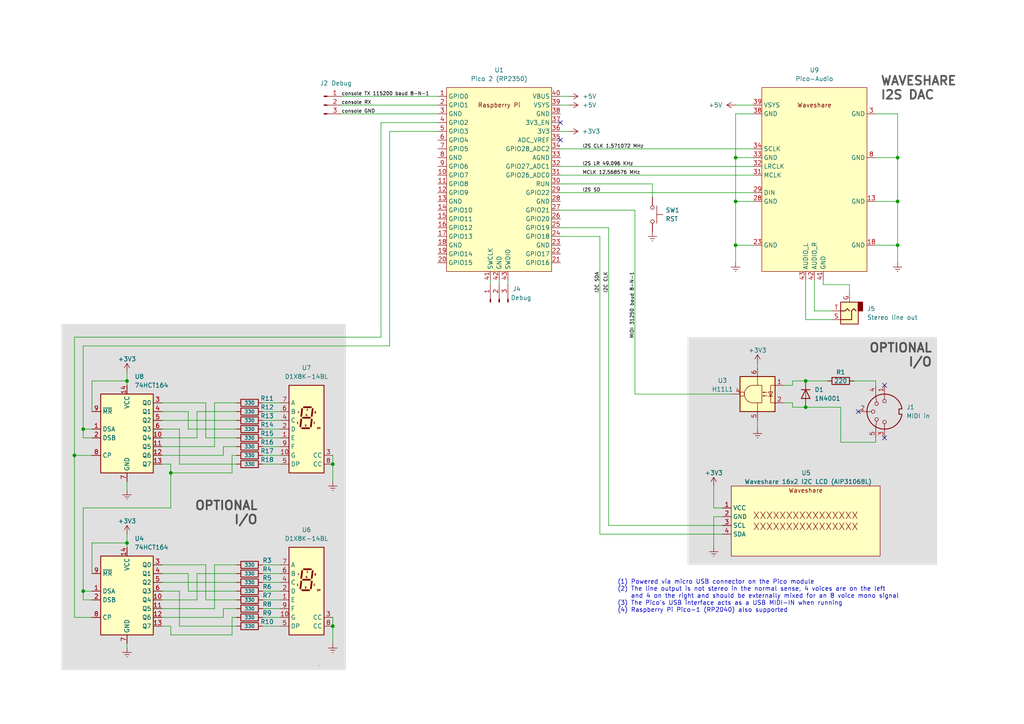
<source format=kicad_sch>
(kicad_sch (version 20230121) (generator eeschema)
  (paper "A4")
  (title_block (title "picoX7") (date "2024-10-01") (rev "0.06") (company "https://github.com/AnotherJohnH/picoX7"))
  (lib_symbols
    (symbol "+5V_1" (power) (pin_names (offset 0))
      (property "Value" "+5V_1" (at 0 3.81 90))
      (symbol "+5V_1_0_1"
        (polyline (pts (xy -0.762 1.27) (xy 0 2.54)))
        (polyline (pts (xy 0 0) (xy 0 2.54)))
        (polyline (pts (xy 0 2.54) (xy 0.762 1.27)))
      )
      (symbol "+5V_1_1_1"
        (pin power_in line (at 0 0 90) (length 0) hide (name "+5V") (number "1"))
      )
    )
    (symbol "74xx:74HCT164"
      (property "Reference" "U" (at 1.905 -13.97 0))
      (property "Value" "74HCT164" (at 1.905 -16.51 0))
      (symbol "74HCT164_0_1"
        (rectangle (start 7.62 10.16) (end -7.62 -12.7) (stroke (width 0.254)) (fill (type background)))
      )
      (symbol "74HCT164_1_1"
        (pin input line (at -10.16 0 0) (length 2.54) (name "DSA") (number "1"))
        (pin output line (at 10.16 -2.54 180) (length 2.54) (name "Q4") (number "10"))
        (pin output line (at 10.16 -5.08 180) (length 2.54) (name "Q5") (number "11"))
        (pin output line (at 10.16 -7.62 180) (length 2.54) (name "Q6") (number "12"))
        (pin output line (at 10.16 -10.16 180) (length 2.54) (name "Q7") (number "13"))
        (pin power_in line (at 0 12.7 270) (length 2.54) (name "VCC") (number "14"))
        (pin input line (at -10.16 -2.54 0) (length 2.54) (name "DSB") (number "2"))
        (pin output line (at 10.16 7.62 180) (length 2.54) (name "Q0") (number "3"))
        (pin output line (at 10.16 5.08 180) (length 2.54) (name "Q1") (number "4"))
        (pin output line (at 10.16 2.54 180) (length 2.54) (name "Q2") (number "5"))
        (pin output line (at 10.16 0 180) (length 2.54) (name "Q3") (number "6"))
        (pin power_in line (at 0 -15.24 90) (length 2.54) (name "GND") (number "7"))
        (pin input line (at -10.16 -7.62 0) (length 2.54) (name "CP") (number "8"))
        (pin input line (at -10.16 5.08 0) (length 2.54) (name "~{MR}") (number "9"))
      )
    )
    (symbol "Connector:Conn_01x03_Pin" (pin_names (offset 1.016) hide)
      (property "Reference" "J" (at 0 5.08 0))
      (property "Value" "Conn_01x03_Pin" (at 0 -5.08 0))
      (symbol "Conn_01x03_Pin_1_1"
        (polyline (pts (xy 1.27 -2.54) (xy 0.8636 -2.54)) (stroke (width 0.1524)))
        (polyline (pts (xy 1.27 0) (xy 0.8636 0)) (stroke (width 0.1524)))
        (polyline (pts (xy 1.27 2.54) (xy 0.8636 2.54)) (stroke (width 0.1524)))
        (rectangle (start 0.8636 -2.413) (end 0 -2.667) (stroke (width 0.1524)) (fill (type outline)))
        (rectangle (start 0.8636 0.127) (end 0 -0.127) (stroke (width 0.1524)) (fill (type outline)))
        (rectangle (start 0.8636 2.667) (end 0 2.413) (stroke (width 0.1524)) (fill (type outline)))
        (pin passive line (at 5.08 2.54 180) (length 3.81) (name "Pin_1") (number "1"))
        (pin passive line (at 5.08 0 180) (length 3.81) (name "Pin_2") (number "2"))
        (pin passive line (at 5.08 -2.54 180) (length 3.81) (name "Pin_3") (number "3"))
      )
    )
    (symbol "Connector:DIN-5_180degree" (pin_names (offset 1.016))
      (property "Reference" "J" (at 3.175 5.715 0))
      (property "Value" "DIN-5_180degree" (at 0 -6.35 0))
      (symbol "DIN-5_180degree_0_1"
        (arc (start -5.08 0) (mid -3.8609 -3.3364) (end -0.762 -5.08) (stroke (width 0.254)))
        (circle (center -3.048 0) (radius 0.508))
        (circle (center -2.286 2.286) (radius 0.508))
        (polyline (pts (xy -5.08 0) (xy -3.556 0)))
        (polyline (pts (xy 0 5.08) (xy 0 3.81)))
        (polyline (pts (xy 5.08 0) (xy 3.556 0)))
        (polyline (pts (xy -5.08 2.54) (xy -4.318 2.54) (xy -2.794 2.286)))
        (polyline (pts (xy 5.08 2.54) (xy 4.318 2.54) (xy 2.794 2.286)))
        (polyline (pts (xy -0.762 -4.953) (xy -0.762 -4.191) (xy 0.762 -4.191) (xy 0.762 -4.953)) (stroke (width 0.254)))
        (circle (center 0 3.302) (radius 0.508))
        (arc (start 0.762 -5.08) (mid 3.8685 -3.343) (end 5.08 0) (stroke (width 0.254)))
        (circle (center 2.286 2.286) (radius 0.508))
        (circle (center 3.048 0) (radius 0.508))
        (arc (start 5.08 0) (mid 0 5.0579) (end -5.08 0) (stroke (width 0.254)))
      )
      (symbol "DIN-5_180degree_1_1"
        (pin passive line (at -7.62 0 0) (length 2.54) (name "~") (number "1"))
        (pin passive line (at 0 7.62 270) (length 2.54) (name "~") (number "2"))
        (pin passive line (at 7.62 0 180) (length 2.54) (name "~") (number "3"))
        (pin passive line (at -7.62 2.54 0) (length 2.54) (name "~") (number "4"))
        (pin passive line (at 7.62 2.54 180) (length 2.54) (name "~") (number "5"))
      )
    )
    (symbol "Connector_Audio:AudioJack2_Ground"
      (property "Reference" "J" (at 0 8.89 0))
      (property "Value" "AudioJack2_Ground" (at 0 6.35 0))
      (symbol "AudioJack2_Ground_0_1"
        (rectangle (start -2.54 -2.54) (end -3.81 0) (stroke (width 0.254)) (fill (type outline)))
        (polyline (pts (xy 0 0) (xy 0.635 -0.635) (xy 1.27 0) (xy 2.54 0)) (stroke (width 0.254)))
        (polyline (pts (xy 2.54 2.54) (xy -0.635 2.54) (xy -0.635 0) (xy -1.27 -0.635) (xy -1.905 0)) (stroke (width 0.254)))
        (rectangle (start 2.54 3.81) (end -2.54 -2.54) (stroke (width 0.254)) (fill (type background)))
      )
      (symbol "AudioJack2_Ground_1_1"
        (pin passive line (at 0 -5.08 90) (length 2.54) (name "~") (number "G"))
        (pin passive line (at 5.08 2.54 180) (length 2.54) (name "~") (number "S"))
        (pin passive line (at 5.08 0 180) (length 2.54) (name "~") (number "T"))
      )
    )
    (symbol "Device:R" (pin_numbers hide) (pin_names (offset 0))
      (property "Reference" "R" (at 2.032 0 90))
      (property "Value" "R" (at 0 0 90))
      (symbol "R_0_1"
        (rectangle (start -1.016 -2.54) (end 1.016 2.54) (stroke (width 0.254)))
      )
      (symbol "R_1_1"
        (pin passive line (at 0 3.81 270) (length 1.27) (name "~") (number "1"))
        (pin passive line (at 0 -3.81 90) (length 1.27) (name "~") (number "2"))
      )
    )
    (symbol "Diode:1N4001" (pin_numbers hide) (pin_names hide)
      (property "Reference" "D" (at 0 2.54 0))
      (property "Value" "1N4001" (at 0 -2.54 0))
      (symbol "1N4001_0_1"
        (polyline (pts (xy -1.27 1.27) (xy -1.27 -1.27)) (stroke (width 0.254)))
        (polyline (pts (xy 1.27 0) (xy -1.27 0)))
        (polyline (pts (xy 1.27 1.27) (xy 1.27 -1.27) (xy -1.27 0) (xy 1.27 1.27)) (stroke (width 0.254)))
      )
      (symbol "1N4001_1_1"
        (pin passive line (at -3.81 0 0) (length 2.54) (name "K") (number "1"))
        (pin passive line (at 3.81 0 180) (length 2.54) (name "A") (number "2"))
      )
    )
    (symbol "Display_Character:D1X8K-14BL"
      (property "Reference" "U" (at -2.54 13.97 0))
      (property "Value" "D1X8K-14BL" (at 1.27 13.97 0))
      (symbol "D1X8K-14BL_0_0"
        (text "A" (at 0.254 5.588 0) (effects (font (size 0.508 0.508))))
        (text "B" (at 2.54 4.826 0) (effects (font (size 0.508 0.508))))
        (text "C" (at 2.286 1.778 0) (effects (font (size 0.508 0.508))))
        (text "D" (at -0.254 1.016 0) (effects (font (size 0.508 0.508))))
        (text "DP" (at 3.556 0.254 0) (effects (font (size 0.508 0.508))))
        (text "E" (at -2.54 1.778 0) (effects (font (size 0.508 0.508))))
        (text "F" (at -2.286 4.826 0) (effects (font (size 0.508 0.508))))
        (text "G" (at 0 4.064 0) (effects (font (size 0.508 0.508))))
      )
      (symbol "D1X8K-14BL_0_1"
        (rectangle (start -5.08 12.7) (end 5.08 -12.7) (stroke (width 0.254)) (fill (type background)))
        (polyline (pts (xy -1.524 2.794) (xy -1.778 0.762)) (stroke (width 0.508)))
        (polyline (pts (xy -1.27 0.254) (xy 0.762 0.254)) (stroke (width 0.508)))
        (polyline (pts (xy -1.27 5.842) (xy -1.524 3.81)) (stroke (width 0.508)))
        (polyline (pts (xy -1.016 3.302) (xy 1.016 3.302)) (stroke (width 0.508)))
        (polyline (pts (xy -0.762 6.35) (xy 1.27 6.35)) (stroke (width 0.508)))
        (polyline (pts (xy 1.524 2.794) (xy 1.27 0.762)) (stroke (width 0.508)))
        (polyline (pts (xy 1.778 5.842) (xy 1.524 3.81)) (stroke (width 0.508)))
        (polyline (pts (xy 2.54 0.254) (xy 2.54 0.254)) (stroke (width 0.508)))
      )
      (symbol "D1X8K-14BL_1_1"
        (pin input line (at -7.62 -2.54 0) (length 2.54) (name "E") (number "1"))
        (pin input line (at -7.62 -7.62 0) (length 2.54) (name "G") (number "10"))
        (pin input line (at -7.62 0 0) (length 2.54) (name "D") (number "2"))
        (pin input line (at 7.62 -7.62 180) (length 2.54) (name "CC") (number "3"))
        (pin input line (at -7.62 2.54 0) (length 2.54) (name "C") (number "4"))
        (pin input line (at -7.62 -10.16 0) (length 2.54) (name "DP") (number "5"))
        (pin input line (at -7.62 5.08 0) (length 2.54) (name "B") (number "6"))
        (pin input line (at -7.62 7.62 0) (length 2.54) (name "A") (number "7"))
        (pin input line (at 7.62 -10.16 180) (length 2.54) (name "CC") (number "8"))
        (pin input line (at -7.62 -5.08 0) (length 2.54) (name "F") (number "9"))
      )
    )
    (symbol "Isolator:H11L1" (pin_names (offset 1.016))
      (property "Reference" "U" (at 1.27 8.89 0))
      (property "Value" "H11L1" (at 1.27 6.35 0))
      (symbol "H11L1_0_1"
        (rectangle (start -5.08 5.08) (end 5.08 -5.08) (stroke (width 0.254)) (fill (type background)))
        (polyline (pts (xy -4.445 -0.635) (xy -3.175 -0.635)))
        (polyline (pts (xy 0 2.54) (xy 0 5.08)))
        (polyline (pts (xy 0 -2.54) (xy 0 -5.08) (xy 0 -3.81)))
        (polyline (pts (xy -5.08 -2.54) (xy -3.81 -2.54) (xy -3.81 2.54) (xy -5.08 2.54)))
        (polyline (pts (xy -3.81 -0.635) (xy -4.445 0.635) (xy -3.175 0.635) (xy -3.81 -0.635)))
        (polyline (pts (xy 1.27 -2.54) (xy -1.27 -2.54) (xy -1.27 2.54) (xy 1.27 2.54)))
        (polyline (pts (xy -2.794 -0.508) (xy -1.524 -0.508) (xy -1.905 -0.635) (xy -1.905 -0.381) (xy -1.524 -0.508)))
        (polyline (pts (xy -2.794 0.508) (xy -1.524 0.508) (xy -1.905 0.381) (xy -1.905 0.635) (xy -1.524 0.508)))
        (arc (start 1.27 -2.54) (mid 3.799 0) (end 1.27 2.54))
      )
      (symbol "H11L1_1_1"
        (pin passive line (at -7.62 2.54 0) (length 2.54) (name "~") (number "1"))
        (pin passive line (at -7.62 -2.54 0) (length 2.54) (name "~") (number "2"))
        (pin no_connect line (at -5.08 0 0) (length 2.54) hide (name "~") (number "3"))
        (pin output inverted (at 7.62 0 180) (length 3.81) (name "~") (number "4"))
        (pin power_in line (at 0 -7.62 90) (length 2.54) (name "~") (number "5"))
        (pin power_in line (at 0 7.62 270) (length 2.54) (name "~") (number "6"))
      )
    )
    (symbol "MCU_RaspberryPi_and_Boards:Pico 2"
      (property "Reference" "U" (at -13.97 27.94 0))
      (property "Value" "Pico 2 (RP2350)" (at 0 19.05 0))
      (symbol "Pico 2_0_1"
        (rectangle (start -15.24 26.67) (end 15.24 -26.67) (fill (type background)))
      )
      (symbol "Pico 2_1_0"
        (text "Raspberry Pi" (at 0 21.59 0) (effects (font (size 1.27 1.27))))
      )
      (symbol "Pico 2_1_1"
        (pin bidirectional line (at -17.78 24.13 0) (length 2.54) (name "GPIO0") (number "1"))
        (pin bidirectional line (at -17.78 1.27 0) (length 2.54) (name "GPIO7") (number "10"))
        (pin bidirectional line (at -17.78 -1.27 0) (length 2.54) (name "GPIO8") (number "11"))
        (pin bidirectional line (at -17.78 -3.81 0) (length 2.54) (name "GPIO9") (number "12"))
        (pin power_in line (at -17.78 -6.35 0) (length 2.54) (name "GND") (number "13"))
        (pin bidirectional line (at -17.78 -8.89 0) (length 2.54) (name "GPIO10") (number "14"))
        (pin bidirectional line (at -17.78 -11.43 0) (length 2.54) (name "GPIO11") (number "15"))
        (pin bidirectional line (at -17.78 -13.97 0) (length 2.54) (name "GPIO12") (number "16"))
        (pin bidirectional line (at -17.78 -16.51 0) (length 2.54) (name "GPIO13") (number "17"))
        (pin power_in line (at -17.78 -19.05 0) (length 2.54) (name "GND") (number "18"))
        (pin bidirectional line (at -17.78 -21.59 0) (length 2.54) (name "GPIO14") (number "19"))
        (pin bidirectional line (at -17.78 21.59 0) (length 2.54) (name "GPIO1") (number "2"))
        (pin bidirectional line (at -17.78 -24.13 0) (length 2.54) (name "GPIO15") (number "20"))
        (pin bidirectional line (at 17.78 -24.13 180) (length 2.54) (name "GPIO16") (number "21"))
        (pin bidirectional line (at 17.78 -21.59 180) (length 2.54) (name "GPIO17") (number "22"))
        (pin power_in line (at 17.78 -19.05 180) (length 2.54) (name "GND") (number "23"))
        (pin bidirectional line (at 17.78 -16.51 180) (length 2.54) (name "GPIO18") (number "24"))
        (pin bidirectional line (at 17.78 -13.97 180) (length 2.54) (name "GPIO19") (number "25"))
        (pin bidirectional line (at 17.78 -11.43 180) (length 2.54) (name "GPIO20") (number "26"))
        (pin bidirectional line (at 17.78 -8.89 180) (length 2.54) (name "GPIO21") (number "27"))
        (pin power_in line (at 17.78 -6.35 180) (length 2.54) (name "GND") (number "28"))
        (pin bidirectional line (at 17.78 -3.81 180) (length 2.54) (name "GPIO22") (number "29"))
        (pin power_in line (at -17.78 19.05 0) (length 2.54) (name "GND") (number "3"))
        (pin input line (at 17.78 -1.27 180) (length 2.54) (name "RUN") (number "30"))
        (pin bidirectional line (at 17.78 1.27 180) (length 2.54) (name "GPIO26_ADC0") (number "31"))
        (pin bidirectional line (at 17.78 3.81 180) (length 2.54) (name "GPIO27_ADC1") (number "32"))
        (pin power_in line (at 17.78 6.35 180) (length 2.54) (name "AGND") (number "33"))
        (pin bidirectional line (at 17.78 8.89 180) (length 2.54) (name "GPIO28_ADC2") (number "34"))
        (pin power_in line (at 17.78 11.43 180) (length 2.54) (name "ADC_VREF") (number "35"))
        (pin power_in line (at 17.78 13.97 180) (length 2.54) (name "3V3") (number "36"))
        (pin input line (at 17.78 16.51 180) (length 2.54) (name "3V3_EN") (number "37"))
        (pin bidirectional line (at 17.78 19.05 180) (length 2.54) (name "GND") (number "38"))
        (pin power_in line (at 17.78 21.59 180) (length 2.54) (name "VSYS") (number "39"))
        (pin bidirectional line (at -17.78 16.51 0) (length 2.54) (name "GPIO2") (number "4"))
        (pin power_in line (at 17.78 24.13 180) (length 2.54) (name "VBUS") (number "40"))
        (pin input line (at -2.54 -29.21 90) (length 2.54) (name "SWCLK") (number "41"))
        (pin power_in line (at 0 -29.21 90) (length 2.54) (name "GND") (number "42"))
        (pin bidirectional line (at 2.54 -29.21 90) (length 2.54) (name "SWDIO") (number "43"))
        (pin bidirectional line (at -17.78 13.97 0) (length 2.54) (name "GPIO3") (number "5"))
        (pin bidirectional line (at -17.78 11.43 0) (length 2.54) (name "GPIO4") (number "6"))
        (pin bidirectional line (at -17.78 8.89 0) (length 2.54) (name "GPIO5") (number "7"))
        (pin power_in line (at -17.78 6.35 0) (length 2.54) (name "GND") (number "8"))
        (pin bidirectional line (at -17.78 3.81 0) (length 2.54) (name "GPIO6") (number "9"))
      )
    )
    (symbol "MCU_RaspberryPi_and_Boards:Waveshare 16x2 I2C LCD"
      (property "Reference" "U" (at -1.27 12.7 0))
      (property "Value" "Waveshare 16x2 I2C LCD" (at 0 6.35 0))
      (symbol "Waveshare 16x2 I2C LCD_0_1"
        (rectangle (start -21.59 10.16) (end 21.59 -10.16) (fill (type background)))
      )
      (symbol "Waveshare 16x2 I2C LCD_1_0"
        (text "Waveshare" (at 0 8.89 0) (effects (font (size 1.27 1.27))))
        (text "XXXXXXXXXXXXXXXX\nXXXXXXXXXXXXXXXX" (at 0 0 0) (effects (font (size 2 2))))
      )
      (symbol "Waveshare 16x2 I2C LCD_1_1"
        (pin power_in line (at -24.13 3.81 0) (length 2.54) (name "VCC") (number "1"))
        (pin power_in line (at -24.13 1.27 0) (length 2.54) (name "GND") (number "2"))
        (pin input line (at -24.13 -1.27 0) (length 2.54) (name "SCL") (number "3"))
        (pin input line (at -24.13 -3.81 0) (length 2.54) (name "SDA") (number "4"))
      )
    )
    (symbol "MCU_RaspberryPi_and_Boards:Waveshare Pico-Audio"
      (property "Reference" "U" (at -13.97 27.94 0))
      (property "Value" "Pico-Audio" (at 0 19.05 0))
      (symbol "Waveshare Pico-Audio_0_1"
        (rectangle (start -15.24 26.67) (end 15.24 -26.67) (fill (type background)))
      )
      (symbol "Waveshare Pico-Audio_1_0"
        (text "Waveshare" (at 0 21.59 0) (effects (font (size 1.27 1.27))))
      )
      (symbol "Waveshare Pico-Audio_1_1"
        (pin power_in line (at -17.78 -6.35 0) (length 2.54) (name "GND") (number "13"))
        (pin power_in line (at -17.78 -19.05 0) (length 2.54) (name "GND") (number "18"))
        (pin power_in line (at 17.78 -19.05 180) (length 2.54) (name "GND") (number "23"))
        (pin power_in line (at 17.78 -6.35 180) (length 2.54) (name "GND") (number "28"))
        (pin input line (at 17.78 -3.81 180) (length 2.54) (name "DIN") (number "29"))
        (pin power_in line (at -17.78 19.05 0) (length 2.54) (name "GND") (number "3"))
        (pin input line (at 17.78 1.27 180) (length 2.54) (name "MCLK") (number "31"))
        (pin input line (at 17.78 3.81 180) (length 2.54) (name "LRCLK") (number "32"))
        (pin power_in line (at 17.78 6.35 180) (length 2.54) (name "GND") (number "33"))
        (pin input line (at 17.78 8.89 180) (length 2.54) (name "SCLK") (number "34"))
        (pin bidirectional line (at 17.78 19.05 180) (length 2.54) (name "GND") (number "38"))
        (pin power_in line (at 17.78 21.59 180) (length 2.54) (name "VSYS") (number "39"))
        (pin power_out line (at -2.54 -29.21 90) (length 2.54) (name "GND") (number "41"))
        (pin output line (at 0 -29.21 90) (length 2.54) (name "AUDIO_R") (number "42"))
        (pin output line (at 2.54 -29.21 90) (length 2.54) (name "AUDIO_L") (number "43"))
        (pin power_in line (at -17.78 6.35 0) (length 2.54) (name "GND") (number "8"))
      )
    )
    (symbol "Switch:SW_Push" (pin_numbers hide) (pin_names (offset 1.016) hide)
      (property "Reference" "SW" (at 1.27 2.54 0))
      (property "Value" "SW_Push" (at 0 -1.524 0))
      (symbol "SW_Push_0_1"
        (circle (center -2.032 0) (radius 0.508))
        (polyline (pts (xy 0 1.27) (xy 0 3.048)))
        (polyline (pts (xy 2.54 1.27) (xy -2.54 1.27)))
        (circle (center 2.032 0) (radius 0.508))
        (pin passive line (at -5.08 0 0) (length 2.54) (name "1") (number "1"))
        (pin passive line (at 5.08 0 180) (length 2.54) (name "2") (number "2"))
      )
    )
    (symbol "power:+3V3" (power) (pin_names (offset 0))
      (property "Value" "+3V3" (at 0 3.556 0))
      (symbol "+3V3_0_1"
        (polyline (pts (xy -0.762 1.27) (xy 0 2.54)))
        (polyline (pts (xy 0 0) (xy 0 2.54)))
        (polyline (pts (xy 0 2.54) (xy 0.762 1.27)))
      )
      (symbol "+3V3_1_1"
        (pin power_in line (at 0 0 90) (length 0) hide (name "+3V3") (number "1"))
      )
    )
    (symbol "power:+5V" (power) (pin_names (offset 0))
      (property "Value" "+5V" (at 0 3.556 0))
      (symbol "+5V_0_1"
        (polyline (pts (xy -0.762 1.27) (xy 0 2.54)))
        (polyline (pts (xy 0 0) (xy 0 2.54)))
        (polyline (pts (xy 0 2.54) (xy 0.762 1.27)))
      )
      (symbol "+5V_1_1"
        (pin power_in line (at 0 0 90) (length 0) hide (name "+5V") (number "1"))
      )
    )
    (symbol "power:Earth" (power) (pin_names (offset 0))
      (symbol "Earth_0_1"
        (polyline (pts (xy -0.635 -1.905) (xy 0.635 -1.905)))
        (polyline (pts (xy -0.127 -2.54) (xy 0.127 -2.54)))
        (polyline (pts (xy 0 -1.27) (xy 0 0)))
        (polyline (pts (xy 1.27 -1.27) (xy -1.27 -1.27)))
      )
      (symbol "Earth_1_1"
        (pin power_in line (at 0 0 270) (length 0) hide (name "Earth") (number "1"))
      )
    )
  )
  (junction (at 24.13 171.45))
  (junction (at 36.83 157.48))
  (junction (at 96.52 134.62))
  (junction (at 49.53 137.16))
  (junction (at 24.13 124.46))
  (junction (at 260.35 45.72))
  (junction (at 213.36 71.12))
  (junction (at 36.83 110.49))
  (junction (at 233.68 110.49))
  (junction (at 96.52 181.61))
  (junction (at 260.35 71.12))
  (junction (at 213.36 58.42))
  (junction (at 213.36 45.72))
  (junction (at 233.68 118.11))
  (junction (at 21.59 132.08))
  (junction (at 260.35 58.42))
  (no_connect (at 162.56 40.64))
  (no_connect (at 162.56 35.56))
  (no_connect (at 248.92 119.38))
  (no_connect (at 256.54 127))
  (no_connect (at 256.54 111.76))
  (wire (pts (xy 62.23 176.53) (xy 62.23 163.83)))
  (wire (pts (xy 209.55 152.4) (xy 176.53 152.4)))
  (wire (pts (xy 254 127) (xy 254 128.27)))
  (wire (pts (xy 26.67 127) (xy 24.13 127)))
  (wire (pts (xy 64.77 176.53) (xy 68.58 176.53)))
  (wire (pts (xy 227.33 111.76) (xy 229.87 111.76)))
  (wire (pts (xy 162.56 66.04) (xy 176.53 66.04)))
  (wire (pts (xy 57.15 173.99) (xy 57.15 166.37)))
  (wire (pts (xy 147.32 81.28) (xy 147.32 82.55)))
  (wire (pts (xy 254 111.76) (xy 254 110.49)))
  (wire (pts (xy 162.56 48.26) (xy 218.44 48.26)))
  (wire (pts (xy 21.59 132.08) (xy 26.67 132.08)))
  (wire (pts (xy 24.13 124.46) (xy 24.13 100.33)))
  (wire (pts (xy 21.59 97.79) (xy 110.49 97.79)))
  (wire (pts (xy 81.28 119.38) (xy 76.2 119.38)))
  (wire (pts (xy 46.99 163.83) (xy 59.69 163.83)))
  (wire (pts (xy 233.68 118.11) (xy 229.87 118.11)))
  (wire (pts (xy 36.83 186.69) (xy 36.83 187.96)))
  (wire (pts (xy 260.35 45.72) (xy 260.35 58.42)))
  (wire (pts (xy 52.07 124.46) (xy 52.07 134.62)))
  (wire (pts (xy 213.36 71.12) (xy 213.36 76.2)))
  (wire (pts (xy 260.35 58.42) (xy 260.35 71.12)))
  (wire (pts (xy 81.28 121.92) (xy 76.2 121.92)))
  (wire (pts (xy 54.61 119.38) (xy 54.61 124.46)))
  (wire (pts (xy 81.28 179.07) (xy 76.2 179.07)))
  (wire (pts (xy 24.13 173.99) (xy 24.13 171.45)))
  (wire (pts (xy 68.58 179.07) (xy 67.31 179.07)))
  (wire (pts (xy 49.53 137.16) (xy 49.53 147.32)))
  (wire (pts (xy 24.13 147.32) (xy 49.53 147.32)))
  (wire (pts (xy 49.53 137.16) (xy 67.31 137.16)))
  (wire (pts (xy 238.76 81.28) (xy 238.76 82.55)))
  (wire (pts (xy 81.28 127) (xy 76.2 127)))
  (wire (pts (xy 24.13 127) (xy 24.13 124.46)))
  (wire (pts (xy 209.55 147.32) (xy 207.01 147.32)))
  (wire (pts (xy 52.07 171.45) (xy 52.07 181.61)))
  (wire (pts (xy 57.15 127) (xy 57.15 119.38)))
  (wire (pts (xy 24.13 171.45) (xy 26.67 171.45)))
  (wire (pts (xy 46.99 116.84) (xy 59.69 116.84)))
  (wire (pts (xy 81.28 129.54) (xy 76.2 129.54)))
  (wire (pts (xy 233.68 81.28) (xy 233.68 92.71)))
  (wire (pts (xy 209.55 149.86) (xy 207.01 149.86)))
  (wire (pts (xy 59.69 163.83) (xy 59.69 173.99)))
  (wire (pts (xy 207.01 149.86) (xy 207.01 158.75)))
  (wire (pts (xy 173.99 68.58) (xy 162.56 68.58)))
  (wire (pts (xy 229.87 116.84) (xy 229.87 118.11)))
  (wire (pts (xy 36.83 110.49) (xy 36.83 111.76)))
  (wire (pts (xy 26.67 179.07) (xy 21.59 179.07)))
  (wire (pts (xy 229.87 116.84) (xy 227.33 116.84)))
  (wire (pts (xy 57.15 119.38) (xy 68.58 119.38)))
  (wire (pts (xy 81.28 132.08) (xy 76.2 132.08)))
  (wire (pts (xy 241.3 90.17) (xy 236.22 90.17)))
  (wire (pts (xy 162.56 30.48) (xy 165.1 30.48)))
  (wire (pts (xy 46.99 171.45) (xy 52.07 171.45)))
  (wire (pts (xy 46.99 129.54) (xy 62.23 129.54)))
  (wire (pts (xy 233.68 110.49) (xy 240.03 110.49)))
  (wire (pts (xy 46.99 173.99) (xy 57.15 173.99)))
  (wire (pts (xy 49.53 184.15) (xy 67.31 184.15)))
  (wire (pts (xy 49.53 181.61) (xy 49.53 184.15)))
  (wire (pts (xy 49.53 181.61) (xy 46.99 181.61)))
  (wire (pts (xy 96.52 181.61) (xy 96.52 186.69)))
  (wire (pts (xy 99.06 27.94) (xy 127 27.94)))
  (wire (pts (xy 81.28 173.99) (xy 76.2 173.99)))
  (wire (pts (xy 62.23 163.83) (xy 68.58 163.83)))
  (wire (pts (xy 213.36 45.72) (xy 218.44 45.72)))
  (wire (pts (xy 233.68 118.11) (xy 243.84 118.11)))
  (wire (pts (xy 207.01 140.97) (xy 207.01 147.32)))
  (wire (pts (xy 162.56 38.1) (xy 165.1 38.1)))
  (wire (pts (xy 81.28 124.46) (xy 76.2 124.46)))
  (wire (pts (xy 213.36 30.48) (xy 218.44 30.48)))
  (wire (pts (xy 254 45.72) (xy 260.35 45.72)))
  (wire (pts (xy 54.61 171.45) (xy 68.58 171.45)))
  (wire (pts (xy 142.24 81.28) (xy 142.24 82.55)))
  (wire (pts (xy 99.06 30.48) (xy 127 30.48)))
  (wire (pts (xy 213.36 33.02) (xy 213.36 45.72)))
  (wire (pts (xy 209.55 154.94) (xy 173.99 154.94)))
  (wire (pts (xy 26.67 173.99) (xy 24.13 173.99)))
  (wire (pts (xy 67.31 132.08) (xy 68.58 132.08)))
  (wire (pts (xy 24.13 124.46) (xy 26.67 124.46)))
  (wire (pts (xy 213.36 45.72) (xy 213.36 58.42)))
  (wire (pts (xy 54.61 166.37) (xy 54.61 171.45)))
  (wire (pts (xy 110.49 97.79) (xy 110.49 35.56)))
  (wire (pts (xy 64.77 132.08) (xy 64.77 129.54)))
  (wire (pts (xy 96.52 179.07) (xy 96.52 181.61)))
  (wire (pts (xy 36.83 157.48) (xy 36.83 158.75)))
  (wire (pts (xy 24.13 171.45) (xy 24.13 147.32)))
  (wire (pts (xy 243.84 128.27) (xy 254 128.27)))
  (wire (pts (xy 59.69 127) (xy 68.58 127)))
  (wire (pts (xy 96.52 132.08) (xy 96.52 134.62)))
  (wire (pts (xy 52.07 181.61) (xy 68.58 181.61)))
  (wire (pts (xy 26.67 119.38) (xy 26.67 110.49)))
  (wire (pts (xy 46.99 132.08) (xy 64.77 132.08)))
  (wire (pts (xy 81.28 176.53) (xy 76.2 176.53)))
  (wire (pts (xy 113.03 38.1) (xy 127 38.1)))
  (wire (pts (xy 67.31 184.15) (xy 67.31 179.07)))
  (wire (pts (xy 99.06 33.02) (xy 127 33.02)))
  (wire (pts (xy 36.83 107.95) (xy 36.83 110.49)))
  (wire (pts (xy 81.28 166.37) (xy 76.2 166.37)))
  (wire (pts (xy 260.35 71.12) (xy 260.35 76.2)))
  (wire (pts (xy 81.28 116.84) (xy 76.2 116.84)))
  (wire (pts (xy 21.59 97.79) (xy 21.59 132.08)))
  (wire (pts (xy 64.77 179.07) (xy 64.77 176.53)))
  (wire (pts (xy 162.56 55.88) (xy 218.44 55.88)))
  (wire (pts (xy 260.35 33.02) (xy 260.35 45.72)))
  (wire (pts (xy 59.69 173.99) (xy 68.58 173.99)))
  (wire (pts (xy 184.15 60.96) (xy 184.15 114.3)))
  (wire (pts (xy 62.23 129.54) (xy 62.23 116.84)))
  (wire (pts (xy 81.28 134.62) (xy 76.2 134.62)))
  (wire (pts (xy 67.31 137.16) (xy 67.31 132.08)))
  (wire (pts (xy 52.07 134.62) (xy 68.58 134.62)))
  (wire (pts (xy 81.28 168.91) (xy 76.2 168.91)))
  (wire (pts (xy 96.52 134.62) (xy 96.52 139.7)))
  (wire (pts (xy 46.99 124.46) (xy 52.07 124.46)))
  (wire (pts (xy 144.78 81.28) (xy 144.78 82.55)))
  (wire (pts (xy 110.49 35.56) (xy 127 35.56)))
  (wire (pts (xy 59.69 116.84) (xy 59.69 127)))
  (wire (pts (xy 254 110.49) (xy 247.65 110.49)))
  (wire (pts (xy 176.53 66.04) (xy 176.53 152.4)))
  (wire (pts (xy 213.36 33.02) (xy 218.44 33.02)))
  (wire (pts (xy 229.87 110.49) (xy 229.87 111.76)))
  (wire (pts (xy 241.3 92.71) (xy 233.68 92.71)))
  (wire (pts (xy 189.23 53.34) (xy 162.56 53.34)))
  (wire (pts (xy 213.36 71.12) (xy 218.44 71.12)))
  (wire (pts (xy 46.99 168.91) (xy 68.58 168.91)))
  (wire (pts (xy 219.71 105.41) (xy 219.71 106.68)))
  (wire (pts (xy 62.23 116.84) (xy 68.58 116.84)))
  (wire (pts (xy 26.67 110.49) (xy 36.83 110.49)))
  (wire (pts (xy 46.99 119.38) (xy 54.61 119.38)))
  (wire (pts (xy 246.38 82.55) (xy 238.76 82.55)))
  (wire (pts (xy 219.71 121.92) (xy 219.71 124.46)))
  (wire (pts (xy 113.03 100.33) (xy 113.03 38.1)))
  (wire (pts (xy 49.53 134.62) (xy 49.53 137.16)))
  (wire (pts (xy 81.28 163.83) (xy 76.2 163.83)))
  (wire (pts (xy 212.09 114.3) (xy 184.15 114.3)))
  (wire (pts (xy 184.15 60.96) (xy 162.56 60.96)))
  (wire (pts (xy 26.67 166.37) (xy 26.67 157.48)))
  (wire (pts (xy 81.28 171.45) (xy 76.2 171.45)))
  (wire (pts (xy 236.22 81.28) (xy 236.22 90.17)))
  (wire (pts (xy 54.61 124.46) (xy 68.58 124.46)))
  (wire (pts (xy 254 33.02) (xy 260.35 33.02)))
  (wire (pts (xy 46.99 134.62) (xy 49.53 134.62)))
  (wire (pts (xy 26.67 157.48) (xy 36.83 157.48)))
  (wire (pts (xy 246.38 85.09) (xy 246.38 82.55)))
  (wire (pts (xy 57.15 166.37) (xy 68.58 166.37)))
  (wire (pts (xy 243.84 118.11) (xy 243.84 128.27)))
  (wire (pts (xy 36.83 154.94) (xy 36.83 157.48)))
  (wire (pts (xy 254 71.12) (xy 260.35 71.12)))
  (wire (pts (xy 46.99 179.07) (xy 64.77 179.07)))
  (wire (pts (xy 213.36 58.42) (xy 213.36 71.12)))
  (wire (pts (xy 254 58.42) (xy 260.35 58.42)))
  (wire (pts (xy 24.13 100.33) (xy 113.03 100.33)))
  (wire (pts (xy 162.56 43.18) (xy 218.44 43.18)))
  (wire (pts (xy 189.23 53.34) (xy 189.23 57.15)))
  (wire (pts (xy 81.28 181.61) (xy 76.2 181.61)))
  (wire (pts (xy 173.99 68.58) (xy 173.99 154.94)))
  (wire (pts (xy 162.56 27.94) (xy 165.1 27.94)))
  (wire (pts (xy 46.99 166.37) (xy 54.61 166.37)))
  (wire (pts (xy 233.68 110.49) (xy 229.87 110.49)))
  (wire (pts (xy 46.99 121.92) (xy 68.58 121.92)))
  (wire (pts (xy 213.36 58.42) (xy 218.44 58.42)))
  (wire (pts (xy 21.59 179.07) (xy 21.59 132.08)))
  (wire (pts (xy 162.56 50.8) (xy 218.44 50.8)))
  (wire (pts (xy 46.99 176.53) (xy 62.23 176.53)))
  (wire (pts (xy 64.77 129.54) (xy 68.58 129.54)))
  (wire (pts (xy 36.83 139.7) (xy 36.83 142.24)))
  (wire (pts (xy 46.99 127) (xy 57.15 127)))
  (rectangle (start 92.71 193.04) (end 92.71 193.04))
  (rectangle (start 17.78 93.98) (end 100.33 194.31) (stroke (width -0.0001)) (fill (type color) (color 224 224 224 1)))
  (rectangle (start 199.39 97.79) (end 271.78 163.83) (stroke (width -0.0001)) (fill (type color) (color 224 224 224 1)))
  (text "OPTIONAL\nI/O" (at 74.93 152.4 0) (effects (font (size 2.54 2.54) (thickness 0.508) bold) (justify right bottom)))
  (text "(1) Powered via micro USB connector on the Pico module\n(2) The line output is not stereo in the normal sense, 4 voices are on the left\n    and 4 on the right and should be externally mixed for an 8 voice mono signal \n(3) The Pico's USB interface acts as a USB MIDI-IN when running\n(4) Raspberry Pi Pico-1 (RP2040) also supported" (at 179.07 177.8 0) (effects (font (size 1.27 1.27)) (justify left bottom)))
  (text "WAVESHARE\nI2S DAC" (at 255.27 29.21 0) (effects (font (size 2.54 2.54) (thickness 0.508) bold) (justify left bottom)))
  (text "OPTIONAL\nI/O" (at 270.51 106.68 0) (effects (font (size 2.54 2.54) (thickness 0.508) bold) (justify right bottom)))
  (label "MCLK 12.568576 MHz" (at 168.91 50.8 0) (effects (font (size 1 1))))
  (label "console RX" (at 99.06 30.48 0) (effects (font (size 1 1))))
  (label "I2C SDA" (at 173.99 78.74 270) (effects (font (size 1 1))))
  (label "console GND" (at 99.06 33.02 0) (effects (font (size 1 1))))
  (label "I2S LR 49.096 KHz" (at 168.91 48.26 0) (effects (font (size 1 1))))
  (label "MIDI 31250 baud 8-N-1" (at 184.15 78.74 270) (effects (font (size 1 1))))
  (label "console TX 115200 baud 8-N-1 " (at 99.06 27.94 0) (effects (font (size 1 1))))
  (label "I2S CLK 1.571072 MHz" (at 168.91 43.18 0) (effects (font (size 1 1))))
  (label "I2S SD" (at 168.91 55.88 0) (effects (font (size 1 1))))
  (label "I2C CLK" (at 176.53 78.74 270) (effects (font (size 1 1))))
  (symbol (lib_id "Diode:1N4001") (at 233.68 114.3 270) (unit 1)
    (property "Reference" "D1" (at 236.22 113.03 90) (effects (justify left)))
    (property "Value" "1N4001" (at 236.22 115.57 90) (effects (justify left)))
    (property "Footprint" "Diode_THT:D_DO-41_SOD81_P10.16mm_Horizontal" (effects hide))
    (property "Datasheet" "http://www.vishay.com/docs/88503/1n4001.pdf" (effects hide))
    (property "Sim.Device" "D" (effects hide))
    (property "Sim.Pins" "1=K 2=A" (effects hide))
  )
  (symbol (lib_id "MCU_RaspberryPi_and_Boards:Pico 2") (at 144.78 52.07 0) (unit 1)
    (property "Reference" "U1" (at 144.78 20.32 0))
    (property "Value" "Pico 2 (RP2350)" (at 144.78 22.86 0))
    (property "Footprint" "RPi_Pico:RPi_Pico_SMD_TH" (effects hide))
  )
  (symbol (lib_id "Device:R") (at 72.39 179.07 270) (mirror x) (unit 1)
    (property "Reference" "R9" (at 77.47 177.8 90))
    (property "Value" "330" (at 72.39 179.07 90) (effects (font (size 1 1))))
    (property "Footprint" "Resistor_THT:R_Axial_DIN0204_L3.6mm_D1.6mm_P5.08mm_Horizontal" (effects hide))
  )
  (symbol (lib_id "Display_Character:D1X8K-14BL") (at 88.9 124.46 0) (unit 1)
    (property "Reference" "U7" (at 88.9 106.68 0))
    (property "Value" "D1X8K-14BL" (at 88.9 109.22 0))
    (property "Footprint" "Display_7Segment:D1X8K" (effects hide))
    (property "Datasheet" "https://ia800903.us.archive.org/24/items/CTKD1x8K/Cromatek%20D168K.pdf" (effects hide))
  )
  (symbol (lib_id "power:Earth") (at 189.23 67.31 0) (unit 1)
    (property "Reference" "#PWR02" (effects hide))
    (property "Value" "Earth" (effects hide))
  )
  (symbol (lib_id "Device:R") (at 72.39 116.84 270) (mirror x) (unit 1)
    (property "Reference" "R11" (at 77.47 115.57 90))
    (property "Value" "330" (at 72.39 116.84 90) (effects (font (size 1 1))))
    (property "Footprint" "Resistor_THT:R_Axial_DIN0204_L3.6mm_D1.6mm_P5.08mm_Horizontal" (effects hide))
  )
  (symbol (lib_id "Device:R") (at 72.39 121.92 270) (mirror x) (unit 1)
    (property "Reference" "R13" (at 77.47 120.65 90))
    (property "Value" "330" (at 72.39 121.92 90) (effects (font (size 1 1))))
    (property "Footprint" "Resistor_THT:R_Axial_DIN0204_L3.6mm_D1.6mm_P5.08mm_Horizontal" (effects hide))
  )
  (symbol (lib_id "power:Earth") (at 36.83 142.24 0) (mirror y) (unit 1)
    (property "Reference" "#PWR015" (effects hide))
    (property "Value" "Earth" (effects hide))
  )
  (symbol (lib_id "Connector:Conn_01x03_Pin") (at 93.98 30.48 0) (unit 1)
    (property "Reference" "J2" (at 93.98 24.13 0))
    (property "Value" "Debug" (at 99.06 24.13 0))
    (property "Footprint" "Connector:FanPinHeader_1x03_P2.54mm_Vertical" (effects hide))
  )
  (symbol (lib_id "power:Earth") (at 207.01 158.75 0) (mirror y) (unit 1)
    (property "Reference" "#PWR08" (effects hide))
    (property "Value" "Earth" (effects hide))
  )
  (symbol (lib_id "Device:R") (at 72.39 134.62 270) (mirror x) (unit 1)
    (property "Reference" "R18" (at 77.47 133.35 90))
    (property "Value" "330" (at 72.39 134.62 90) (effects (font (size 1 1))))
    (property "Footprint" "Resistor_THT:R_Axial_DIN0204_L3.6mm_D1.6mm_P5.08mm_Horizontal" (effects hide))
  )
  (symbol (lib_id "Isolator:H11L1") (at 219.71 114.3 0) (mirror y) (unit 1)
    (property "Reference" "U3" (at 209.55 110.3631 0))
    (property "Value" "H11L1" (at 209.55 112.9031 0))
    (property "Footprint" "Package_DIP:DIP-6_W7.62mm_LongPads" (effects hide))
    (property "Datasheet" "https://www.onsemi.com/pub/Collateral/H11L3M-D.PDF" (effects hide))
  )
  (symbol (lib_id "power:+3V3") (at 219.71 105.41 0) (mirror y) (unit 1)
    (property "Reference" "#PWR05" (effects hide))
    (property "Value" "+3V3" (at 219.71 101.6 0))
  )
  (symbol (lib_id "Device:R") (at 72.39 176.53 270) (mirror x) (unit 1)
    (property "Reference" "R8" (at 77.47 175.26 90))
    (property "Value" "330" (at 72.39 176.53 90) (effects (font (size 1 1))))
    (property "Footprint" "Resistor_THT:R_Axial_DIN0204_L3.6mm_D1.6mm_P5.08mm_Horizontal" (effects hide))
  )
  (symbol (lib_id "Device:R") (at 72.39 181.61 270) (mirror x) (unit 1)
    (property "Reference" "R10" (at 77.47 180.34 90))
    (property "Value" "330" (at 72.39 181.61 90) (effects (font (size 1 1))))
    (property "Footprint" "Resistor_THT:R_Axial_DIN0204_L3.6mm_D1.6mm_P5.08mm_Horizontal" (effects hide))
  )
  (symbol (lib_id "Device:R") (at 72.39 124.46 270) (mirror x) (unit 1)
    (property "Reference" "R14" (at 77.47 123.19 90))
    (property "Value" "330" (at 72.39 124.46 90) (effects (font (size 1 1))))
    (property "Footprint" "Resistor_THT:R_Axial_DIN0204_L3.6mm_D1.6mm_P5.08mm_Horizontal" (effects hide))
  )
  (symbol (lib_id "Device:R") (at 72.39 166.37 270) (mirror x) (unit 1)
    (property "Reference" "R4" (at 77.47 165.1 90))
    (property "Value" "330" (at 72.39 166.37 90) (effects (font (size 1 1))))
    (property "Footprint" "Resistor_THT:R_Axial_DIN0204_L3.6mm_D1.6mm_P5.08mm_Horizontal" (effects hide))
  )
  (symbol (lib_id "power:Earth") (at 260.35 76.2 0) (unit 1)
    (property "Reference" "#PWR013" (effects hide))
    (property "Value" "Earth" (effects hide))
  )
  (symbol (lib_id "Switch:SW_Push") (at 189.23 62.23 270) (unit 1)
    (property "Reference" "SW1" (at 193.04 60.96 90) (effects (justify left)))
    (property "Value" "RST" (at 193.04 63.5 90) (effects (justify left)))
    (property "Footprint" "Button_Switch_THT:SW_PUSH_6mm_H5mm" (effects hide))
  )
  (symbol (lib_id "74xx:74HCT164") (at 36.83 124.46 0) (unit 1)
    (property "Reference" "U8" (at 39.0241 109.22 0) (effects (justify left)))
    (property "Value" "74HCT164" (at 39.0241 111.76 0) (effects (justify left)))
    (property "Datasheet" "https://assets.nexperia.com/documents/data-sheet/74HC_HCT164.pdf" (effects hide))
  )
  (symbol (lib_id "power:+3V3") (at 36.83 154.94 0) (unit 1)
    (property "Reference" "#PWR022" (effects hide))
    (property "Value" "+3V3" (at 36.83 151.13 0))
  )
  (symbol (lib_id "power:+3V3") (at 36.83 107.95 0) (mirror y) (unit 1)
    (property "Reference" "#PWR021" (effects hide))
    (property "Value" "+3V3" (at 36.83 104.14 0))
  )
  (symbol (lib_name "+5V_1") (lib_id "power:+5V") (at 213.36 30.48 90) (mirror x) (unit 1)
    (property "Reference" "#PWR014" (effects hide))
    (property "Value" "VSYS" (at 209.55 30.48 90) (effects (justify left)))
  )
  (symbol (lib_id "Device:R") (at 72.39 171.45 270) (mirror x) (unit 1)
    (property "Reference" "R6" (at 77.47 170.18 90))
    (property "Value" "330" (at 72.39 171.45 90) (effects (font (size 1 1))))
    (property "Footprint" "Resistor_THT:R_Axial_DIN0204_L3.6mm_D1.6mm_P5.08mm_Horizontal" (effects hide))
  )
  (symbol (lib_id "power:Earth") (at 213.36 76.2 0) (unit 1)
    (property "Reference" "#PWR012" (effects hide))
    (property "Value" "Earth" (effects hide))
  )
  (symbol (lib_id "MCU_RaspberryPi_and_Boards:Waveshare 16x2 I2C LCD") (at 233.68 151.13 0) (unit 1)
    (property "Reference" "U5" (at 232.41 137.16 0) (effects (justify left)))
    (property "Value" "Waveshare 16x2 I2C LCD (AIP31068L)" (at 215.9 139.7 0) (effects (justify left)))
    (property "Footprint" "RPi_Pico:RPi_Pico_SMD_TH" (effects hide))
  )
  (symbol (lib_id "power:+3V3") (at 165.1 38.1 270) (unit 1)
    (property "Reference" "#PWR06" (effects hide))
    (property "Value" "+3V3" (at 171.45 38.1 90))
  )
  (symbol (lib_id "Device:R") (at 72.39 168.91 270) (mirror x) (unit 1)
    (property "Reference" "R5" (at 77.47 167.64 90))
    (property "Value" "330" (at 72.39 168.91 90) (effects (font (size 1 1))))
    (property "Footprint" "Resistor_THT:R_Axial_DIN0204_L3.6mm_D1.6mm_P5.08mm_Horizontal" (effects hide))
  )
  (symbol (lib_id "Device:R") (at 72.39 119.38 270) (mirror x) (unit 1)
    (property "Reference" "R12" (at 77.47 118.11 90))
    (property "Value" "330" (at 72.39 119.38 90) (effects (font (size 1 1))))
    (property "Footprint" "Resistor_THT:R_Axial_DIN0204_L3.6mm_D1.6mm_P5.08mm_Horizontal" (effects hide))
  )
  (symbol (lib_id "power:+3V3") (at 207.01 140.97 0) (mirror y) (unit 1)
    (property "Reference" "#PWR09" (effects hide))
    (property "Value" "+3V3" (at 207.01 137.16 0))
  )
  (symbol (lib_id "Connector_Audio:AudioJack2_Ground") (at 246.38 90.17 180) (unit 1)
    (property "Reference" "J5" (at 251.46 89.535 0) (effects (justify right)))
    (property "Value" "Stereo line out" (at 251.46 92.075 0) (effects (justify right)))
    (property "Footprint" "Connector_Audio:Jack_3.5mm_CUI_SJ1-3523N_Horizontal" (effects hide))
  )
  (symbol (lib_id "power:Earth") (at 96.52 139.7 0) (mirror y) (unit 1)
    (property "Reference" "#PWR020" (effects hide))
    (property "Value" "Earth" (effects hide))
  )
  (symbol (lib_id "Connector:DIN-5_180degree") (at 256.54 119.38 90) (mirror x) (unit 1)
    (property "Reference" "J1" (at 262.89 118.11 90) (effects (justify right)))
    (property "Value" "MIDI in" (at 262.89 120.65 90) (effects (justify right)))
    (property "Datasheet" "http://www.mouser.com/ds/2/18/40_c091_abd_e-75918.pdf" (effects hide))
  )
  (symbol (lib_id "Device:R") (at 243.84 110.49 90) (unit 1)
    (property "Reference" "R1" (at 243.84 107.95 90))
    (property "Value" "220" (at 243.84 110.49 90))
    (property "Footprint" "Resistor_THT:R_Axial_DIN0204_L3.6mm_D1.6mm_P5.08mm_Horizontal" (effects hide))
  )
  (symbol (lib_id "power:Earth") (at 96.52 186.69 0) (mirror y) (unit 1)
    (property "Reference" "#PWR017" (effects hide))
    (property "Value" "Earth" (effects hide))
  )
  (symbol (lib_id "Connector:Conn_01x03_Pin") (at 144.78 87.63 90) (unit 1)
    (property "Reference" "J4" (at 149.86 83.82 90))
    (property "Value" "Debug" (at 151.13 86.36 90))
    (property "Footprint" "Connector:FanPinHeader_1x03_P2.54mm_Vertical" (effects hide))
  )
  (symbol (lib_name "+5V_1") (lib_id "power:+5V") (at 165.1 30.48 270) (unit 1)
    (property "Reference" "#PWR010" (effects hide))
    (property "Value" "VSYS" (at 168.91 30.48 90) (effects (justify left)))
  )
  (symbol (lib_id "power:Earth") (at 219.71 124.46 0) (mirror y) (unit 1)
    (property "Reference" "#PWR03" (effects hide))
    (property "Value" "Earth" (effects hide))
  )
  (symbol (lib_id "Device:R") (at 72.39 127 270) (mirror x) (unit 1)
    (property "Reference" "R15" (at 77.47 125.73 90))
    (property "Value" "330" (at 72.39 127 90) (effects (font (size 1 1))))
    (property "Footprint" "Resistor_THT:R_Axial_DIN0204_L3.6mm_D1.6mm_P5.08mm_Horizontal" (effects hide))
  )
  (symbol (lib_id "MCU_RaspberryPi_and_Boards:Waveshare Pico-Audio") (at 236.22 52.07 0) (mirror y) (unit 1)
    (property "Reference" "U9" (at 236.22 20.32 0))
    (property "Value" "Pico-Audio" (at 236.22 22.86 0))
    (property "Footprint" "RPi_Pico:RPi_Pico_SMD_TH" (effects hide))
  )
  (symbol (lib_id "Device:R") (at 72.39 129.54 270) (mirror x) (unit 1)
    (property "Reference" "R16" (at 77.47 128.27 90))
    (property "Value" "330" (at 72.39 129.54 90) (effects (font (size 1 1))))
    (property "Footprint" "Resistor_THT:R_Axial_DIN0204_L3.6mm_D1.6mm_P5.08mm_Horizontal" (effects hide))
  )
  (symbol (lib_id "Device:R") (at 72.39 163.83 270) (mirror x) (unit 1)
    (property "Reference" "R3" (at 77.47 162.56 90))
    (property "Value" "330" (at 72.39 163.83 90) (effects (font (size 1 1))))
    (property "Footprint" "Resistor_THT:R_Axial_DIN0204_L3.6mm_D1.6mm_P5.08mm_Horizontal" (effects hide))
  )
  (symbol (lib_id "Display_Character:D1X8K-14BL") (at 88.9 171.45 0) (unit 1)
    (property "Reference" "U6" (at 88.9 153.67 0))
    (property "Value" "D1X8K-14BL" (at 88.9 156.21 0))
    (property "Footprint" "Display_7Segment:D1X8K" (effects hide))
    (property "Datasheet" "https://ia800903.us.archive.org/24/items/CTKD1x8K/Cromatek%20D168K.pdf" (effects hide))
  )
  (symbol (lib_id "Device:R") (at 72.39 173.99 270) (mirror x) (unit 1)
    (property "Reference" "R7" (at 77.47 172.72 90))
    (property "Value" "330" (at 72.39 173.99 90) (effects (font (size 1 1))))
    (property "Footprint" "Resistor_THT:R_Axial_DIN0204_L3.6mm_D1.6mm_P5.08mm_Horizontal" (effects hide))
  )
  (symbol (lib_id "74xx:74HCT164") (at 36.83 171.45 0) (unit 1)
    (property "Reference" "U4" (at 39.0241 156.21 0) (effects (justify left)))
    (property "Value" "74HCT164" (at 39.0241 158.75 0) (effects (justify left)))
    (property "Datasheet" "https://assets.nexperia.com/documents/data-sheet/74HC_HCT164.pdf" (effects hide))
  )
  (symbol (lib_id "power:+5V") (at 165.1 27.94 270) (unit 1)
    (property "Reference" "#PWR07" (effects hide))
    (property "Value" "+5V" (at 168.91 27.94 90) (effects (justify left)))
  )
  (symbol (lib_id "power:Earth") (at 36.83 187.96 0) (unit 1)
    (property "Reference" "#PWR018" (effects hide))
    (property "Value" "Earth" (effects hide))
  )
  (symbol (lib_id "Device:R") (at 72.39 132.08 270) (mirror x) (unit 1)
    (property "Reference" "R17" (at 77.47 130.81 90))
    (property "Value" "330" (at 72.39 132.08 90) (effects (font (size 1 1))))
    (property "Footprint" "Resistor_THT:R_Axial_DIN0204_L3.6mm_D1.6mm_P5.08mm_Horizontal" (effects hide))
  )
)
</source>
